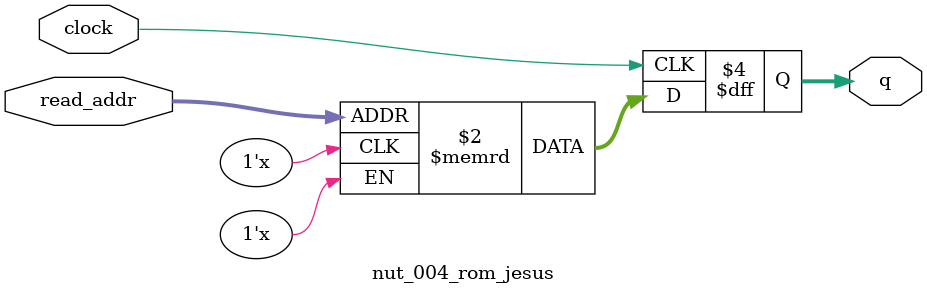
<source format=v>
module nut_004_rom_jesus (clock,read_addr,q);

parameter ADDR_WIDTH = 8;
parameter DATA_WIDTH = 16;
input clock;
input [ADDR_WIDTH-1:0] read_addr;
output [DATA_WIDTH-1:0] q;
reg [DATA_WIDTH-1:0] q;

// storage space
reg [DATA_WIDTH-1:0] 	 block [2**ADDR_WIDTH-1:0] /* synthesis ram_init_file = nut_004_rom_jesus.mif */;

// Modelsim memory content initialization
// synthesis translate_off
integer mif,r,line,addr,dat,content;
reg [1024*8:1] str;
initial begin
  mif=$fopen("nut_004_jesus.mif","r");
  if (mif == 0) begin
    $display("unable to read MIF file");
    $fflush();
    $stop;
  end
  line = 0;
  content = 0;
  r = 1;
  while (r > 0) begin
    r = $fgets(str,mif);
    if (str == "END;\n") content = 0;
    if (content) begin
       $sscanf (str,"%x : %x",addr,dat);
       block[addr] = dat;
    end
    if (str == "CONTENT BEGIN\n") content = 1;
    line=line+1;
  end
  $fclose (mif);
end

// synthesis translate_on
// Modelsim initial value read
initial begin
  q <= 0;

end

// Registered read
always @(posedge clock) begin
  q <= block[read_addr];
end
endmodule


</source>
